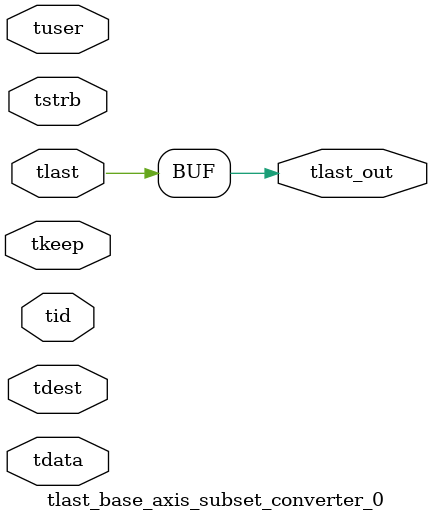
<source format=v>


`timescale 1ps/1ps

module tlast_base_axis_subset_converter_0 #
(
parameter C_S_AXIS_TID_WIDTH   = 1,
parameter C_S_AXIS_TUSER_WIDTH = 0,
parameter C_S_AXIS_TDATA_WIDTH = 0,
parameter C_S_AXIS_TDEST_WIDTH = 0
)
(
input  [(C_S_AXIS_TID_WIDTH   == 0 ? 1 : C_S_AXIS_TID_WIDTH)-1:0       ] tid,
input  [(C_S_AXIS_TDATA_WIDTH == 0 ? 1 : C_S_AXIS_TDATA_WIDTH)-1:0     ] tdata,
input  [(C_S_AXIS_TUSER_WIDTH == 0 ? 1 : C_S_AXIS_TUSER_WIDTH)-1:0     ] tuser,
input  [(C_S_AXIS_TDEST_WIDTH == 0 ? 1 : C_S_AXIS_TDEST_WIDTH)-1:0     ] tdest,
input  [(C_S_AXIS_TDATA_WIDTH/8)-1:0 ] tkeep,
input  [(C_S_AXIS_TDATA_WIDTH/8)-1:0 ] tstrb,
input  [0:0]                                                             tlast,
output                                                                   tlast_out
);

assign tlast_out = {tlast};

endmodule


</source>
